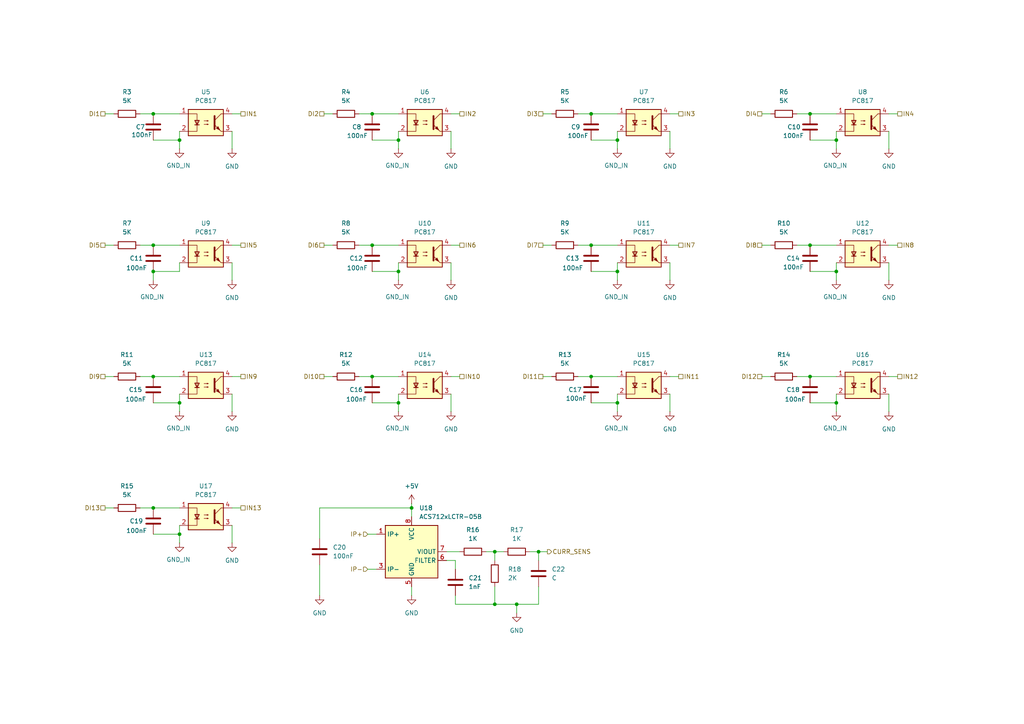
<source format=kicad_sch>
(kicad_sch (version 20250114) (generator "eeschema") (generator_version "9.0")
  (paper "A4")
  (lib_symbols
    (symbol "Device:C" (pin_numbers (hide yes)) (pin_names (offset 0.254))
      (property "Reference" "C" (at 0.635 2.54 0))
      (property "Value" "C" (at 0.635 -2.54 0))
      (symbol "C_0_1"
        (polyline (pts (xy -2.032 0.762) (xy 2.032 0.762)) (stroke (width 0.508)))
        (polyline (pts (xy -2.032 -0.762) (xy 2.032 -0.762)) (stroke (width 0.508)))
      )
      (symbol "C_1_1"
        (pin passive line (at 0 3.81 270) (length 2.794) (name "~") (number "1"))
        (pin passive line (at 0 -3.81 90) (length 2.794) (name "~") (number "2"))
      )
    )
    (symbol "Device:R" (pin_numbers (hide yes)) (pin_names (offset 0))
      (property "Reference" "R" (at 2.032 0 90))
      (property "Value" "R" (at 0 0 90))
      (symbol "R_0_1"
        (rectangle (start -1.016 -2.54) (end 1.016 2.54) (stroke (width 0.254)))
      )
      (symbol "R_1_1"
        (pin passive line (at 0 3.81 270) (length 1.27) (name "~") (number "1"))
        (pin passive line (at 0 -3.81 90) (length 1.27) (name "~") (number "2"))
      )
    )
    (symbol "Isolator:PC817" (pin_names (offset 1.016))
      (property "Reference" "U" (at -5.08 5.08 0))
      (property "Value" "PC817" (at 0 5.08 0))
      (symbol "PC817_0_1"
        (rectangle (start -5.08 3.81) (end 5.08 -3.81) (stroke (width 0.254)) (fill (type background)))
        (polyline (pts (xy -5.08 2.54) (xy -2.54 2.54) (xy -2.54 -0.635)))
        (polyline (pts (xy -3.175 -0.635) (xy -1.905 -0.635)) (stroke (width 0.254)))
        (polyline (pts (xy -2.54 -0.635) (xy -2.54 -2.54) (xy -5.08 -2.54)))
        (polyline (pts (xy -2.54 -0.635) (xy -3.175 0.635) (xy -1.905 0.635) (xy -2.54 -0.635)) (stroke (width 0.254)))
        (polyline (pts (xy -0.508 0.508) (xy 0.762 0.508) (xy 0.381 0.381) (xy 0.381 0.635) (xy 0.762 0.508)))
        (polyline (pts (xy -0.508 -0.508) (xy 0.762 -0.508) (xy 0.381 -0.635) (xy 0.381 -0.381) (xy 0.762 -0.508)))
        (polyline (pts (xy 2.54 1.905) (xy 2.54 -1.905) (xy 2.54 -1.905)) (stroke (width 0.508)))
        (polyline (pts (xy 2.54 0.635) (xy 4.445 2.54)))
        (polyline (pts (xy 3.048 -1.651) (xy 3.556 -1.143) (xy 4.064 -2.159) (xy 3.048 -1.651) (xy 3.048 -1.651)) (fill (type outline)))
        (polyline (pts (xy 4.445 2.54) (xy 5.08 2.54)))
        (polyline (pts (xy 4.445 -2.54) (xy 2.54 -0.635)) (fill (type outline)))
        (polyline (pts (xy 4.445 -2.54) (xy 5.08 -2.54)))
      )
      (symbol "PC817_1_1"
        (pin passive line (at -7.62 2.54 0) (length 2.54) (name "~") (number "1"))
        (pin passive line (at -7.62 -2.54 0) (length 2.54) (name "~") (number "2"))
        (pin passive line (at 7.62 2.54 180) (length 2.54) (name "~") (number "4"))
        (pin passive line (at 7.62 -2.54 180) (length 2.54) (name "~") (number "3"))
      )
    )
    (symbol "Sensor_Current:ACS712xLCTR-05B"
      (property "Reference" "U" (at 2.54 11.43 0))
      (property "Value" "ACS712xLCTR-05B" (at 2.54 8.89 0))
      (symbol "ACS712xLCTR-05B_0_1"
        (rectangle (start -7.62 7.62) (end 7.62 -7.62) (stroke (width 0.254)) (fill (type background)))
      )
      (symbol "ACS712xLCTR-05B_1_1"
        (pin passive line (at -10.16 5.08 0) (length 2.54) (name "IP+") (number "1"))
        (pin passive line (at -10.16 5.08 0) (length 2.54) (hide yes) (name "IP+") (number "2"))
        (pin passive line (at -10.16 -5.08 0) (length 2.54) (name "IP-") (number "3"))
        (pin passive line (at -10.16 -5.08 0) (length 2.54) (hide yes) (name "IP-") (number "4"))
        (pin power_in line (at 0 10.16 270) (length 2.54) (name "VCC") (number "8"))
        (pin power_in line (at 0 -10.16 90) (length 2.54) (name "GND") (number "5"))
        (pin output line (at 10.16 0 180) (length 2.54) (name "VIOUT") (number "7"))
        (pin passive line (at 10.16 -2.54 180) (length 2.54) (name "FILTER") (number "6"))
      )
    )
    (symbol "power:+5V" (power) (pin_numbers (hide yes)) (pin_names (offset 0) (hide yes))
      (property "Value" "+5V" (at 0 3.556 0))
      (symbol "+5V_0_1"
        (polyline (pts (xy -0.762 1.27) (xy 0 2.54)))
        (polyline (pts (xy 0 2.54) (xy 0.762 1.27)))
        (polyline (pts (xy 0 0) (xy 0 2.54)))
      )
      (symbol "+5V_1_1"
        (pin power_in line (at 0 0 90) (length 0) (name "~") (number "1"))
      )
    )
    (symbol "power:GND" (power) (pin_numbers (hide yes)) (pin_names (offset 0) (hide yes))
      (property "Value" "GND" (at 0 -3.81 0))
      (symbol "GND_0_1"
        (polyline (pts (xy 0 0) (xy 0 -1.27) (xy 1.27 -1.27) (xy 0 -2.54) (xy -1.27 -1.27) (xy 0 -1.27)))
      )
      (symbol "GND_1_1"
        (pin power_in line (at 0 0 270) (length 0) (name "~") (number "1"))
      )
    )
  )
  (junction (at 44.45 33.02))
  (junction (at 44.45 109.22))
  (junction (at 44.45 147.32))
  (junction (at 242.57 116.84))
  (junction (at 107.95 71.12))
  (junction (at 234.95 33.02))
  (junction (at 143.51 160.02))
  (junction (at 115.57 78.74))
  (junction (at 44.45 78.74))
  (junction (at 171.45 33.02))
  (junction (at 52.07 154.94))
  (junction (at 149.86 175.26))
  (junction (at 115.57 116.84))
  (junction (at 52.07 40.64))
  (junction (at 179.07 40.64))
  (junction (at 171.45 71.12))
  (junction (at 242.57 78.74))
  (junction (at 119.38 147.32))
  (junction (at 242.57 40.64))
  (junction (at 107.95 109.22))
  (junction (at 107.95 33.02))
  (junction (at 234.95 71.12))
  (junction (at 171.45 109.22))
  (junction (at 143.51 175.26))
  (junction (at 52.07 116.84))
  (junction (at 234.95 109.22))
  (junction (at 115.57 40.64))
  (junction (at 44.45 71.12))
  (junction (at 156.21 160.02))
  (junction (at 179.07 116.84))
  (junction (at 179.07 78.74))
  (wire (pts (xy 67.31 152.4) (xy 67.31 157.48)))
  (wire (pts (xy 129.54 160.02) (xy 133.35 160.02)))
  (wire (pts (xy 115.57 38.1) (xy 115.57 40.64)))
  (wire (pts (xy 104.14 71.12) (xy 107.95 71.12)))
  (wire (pts (xy 179.07 114.3) (xy 179.07 116.84)))
  (wire (pts (xy 130.81 114.3) (xy 130.81 119.38)))
  (wire (pts (xy 194.31 109.22) (xy 196.85 109.22)))
  (wire (pts (xy 93.98 109.22) (xy 96.52 109.22)))
  (wire (pts (xy 130.81 71.12) (xy 133.35 71.12)))
  (wire (pts (xy 92.71 156.21) (xy 92.71 147.32)))
  (wire (pts (xy 242.57 114.3) (xy 242.57 116.84)))
  (wire (pts (xy 44.45 40.64) (xy 52.07 40.64)))
  (wire (pts (xy 115.57 76.2) (xy 115.57 78.74)))
  (wire (pts (xy 67.31 33.02) (xy 69.85 33.02)))
  (wire (pts (xy 67.31 147.32) (xy 69.85 147.32)))
  (wire (pts (xy 234.95 33.02) (xy 242.57 33.02)))
  (wire (pts (xy 234.95 71.12) (xy 242.57 71.12)))
  (wire (pts (xy 234.95 40.64) (xy 242.57 40.64)))
  (wire (pts (xy 257.81 38.1) (xy 257.81 43.18)))
  (wire (pts (xy 171.45 78.74) (xy 179.07 78.74)))
  (wire (pts (xy 242.57 78.74) (xy 242.57 81.28)))
  (wire (pts (xy 30.48 33.02) (xy 33.02 33.02)))
  (wire (pts (xy 44.45 78.74) (xy 44.45 81.28)))
  (wire (pts (xy 132.08 175.26) (xy 143.51 175.26)))
  (wire (pts (xy 231.14 33.02) (xy 234.95 33.02)))
  (wire (pts (xy 107.95 71.12) (xy 115.57 71.12)))
  (wire (pts (xy 143.51 162.56) (xy 143.51 160.02)))
  (wire (pts (xy 40.64 147.32) (xy 44.45 147.32)))
  (wire (pts (xy 107.95 78.74) (xy 115.57 78.74)))
  (wire (pts (xy 179.07 76.2) (xy 179.07 78.74)))
  (wire (pts (xy 179.07 78.74) (xy 179.07 81.28)))
  (wire (pts (xy 143.51 175.26) (xy 143.51 170.18)))
  (wire (pts (xy 130.81 109.22) (xy 133.35 109.22)))
  (wire (pts (xy 179.07 38.1) (xy 179.07 40.64)))
  (wire (pts (xy 30.48 71.12) (xy 33.02 71.12)))
  (wire (pts (xy 157.48 109.22) (xy 160.02 109.22)))
  (wire (pts (xy 179.07 40.64) (xy 179.07 43.18)))
  (wire (pts (xy 179.07 116.84) (xy 179.07 119.38)))
  (wire (pts (xy 107.95 40.64) (xy 115.57 40.64)))
  (wire (pts (xy 171.45 71.12) (xy 179.07 71.12)))
  (wire (pts (xy 67.31 114.3) (xy 67.31 119.38)))
  (wire (pts (xy 220.98 71.12) (xy 223.52 71.12)))
  (wire (pts (xy 52.07 38.1) (xy 52.07 40.64)))
  (wire (pts (xy 115.57 78.74) (xy 115.57 81.28)))
  (wire (pts (xy 40.64 33.02) (xy 44.45 33.02)))
  (wire (pts (xy 234.95 109.22) (xy 242.57 109.22)))
  (wire (pts (xy 242.57 38.1) (xy 242.57 40.64)))
  (wire (pts (xy 167.64 33.02) (xy 171.45 33.02)))
  (wire (pts (xy 171.45 109.22) (xy 179.07 109.22)))
  (wire (pts (xy 93.98 71.12) (xy 96.52 71.12)))
  (wire (pts (xy 167.64 71.12) (xy 171.45 71.12)))
  (wire (pts (xy 104.14 109.22) (xy 107.95 109.22)))
  (wire (pts (xy 106.68 165.1) (xy 109.22 165.1)))
  (wire (pts (xy 115.57 114.3) (xy 115.57 116.84)))
  (wire (pts (xy 67.31 38.1) (xy 67.31 43.18)))
  (wire (pts (xy 119.38 147.32) (xy 119.38 149.86)))
  (wire (pts (xy 194.31 114.3) (xy 194.31 119.38)))
  (wire (pts (xy 104.14 33.02) (xy 107.95 33.02)))
  (wire (pts (xy 234.95 116.84) (xy 242.57 116.84)))
  (wire (pts (xy 257.81 109.22) (xy 260.35 109.22)))
  (wire (pts (xy 107.95 116.84) (xy 115.57 116.84)))
  (wire (pts (xy 52.07 78.74) (xy 52.07 76.2)))
  (wire (pts (xy 44.45 109.22) (xy 52.07 109.22)))
  (wire (pts (xy 119.38 170.18) (xy 119.38 172.72)))
  (wire (pts (xy 67.31 71.12) (xy 69.85 71.12)))
  (wire (pts (xy 30.48 147.32) (xy 33.02 147.32)))
  (wire (pts (xy 52.07 114.3) (xy 52.07 116.84)))
  (wire (pts (xy 242.57 40.64) (xy 242.57 43.18)))
  (wire (pts (xy 132.08 172.72) (xy 132.08 175.26)))
  (wire (pts (xy 157.48 33.02) (xy 160.02 33.02)))
  (wire (pts (xy 156.21 160.02) (xy 153.67 160.02)))
  (wire (pts (xy 52.07 40.64) (xy 52.07 43.18)))
  (wire (pts (xy 149.86 175.26) (xy 156.21 175.26)))
  (wire (pts (xy 130.81 33.02) (xy 133.35 33.02)))
  (wire (pts (xy 107.95 109.22) (xy 115.57 109.22)))
  (wire (pts (xy 119.38 146.05) (xy 119.38 147.32)))
  (wire (pts (xy 149.86 175.26) (xy 149.86 177.8)))
  (wire (pts (xy 231.14 109.22) (xy 234.95 109.22)))
  (wire (pts (xy 40.64 109.22) (xy 44.45 109.22)))
  (wire (pts (xy 92.71 163.83) (xy 92.71 172.72)))
  (wire (pts (xy 242.57 116.84) (xy 242.57 119.38)))
  (wire (pts (xy 194.31 38.1) (xy 194.31 43.18)))
  (wire (pts (xy 115.57 40.64) (xy 115.57 43.18)))
  (wire (pts (xy 44.45 147.32) (xy 52.07 147.32)))
  (wire (pts (xy 44.45 71.12) (xy 52.07 71.12)))
  (wire (pts (xy 257.81 71.12) (xy 260.35 71.12)))
  (wire (pts (xy 67.31 76.2) (xy 67.31 81.28)))
  (wire (pts (xy 44.45 154.94) (xy 52.07 154.94)))
  (wire (pts (xy 194.31 76.2) (xy 194.31 81.28)))
  (wire (pts (xy 93.98 33.02) (xy 96.52 33.02)))
  (wire (pts (xy 30.48 109.22) (xy 33.02 109.22)))
  (wire (pts (xy 156.21 162.56) (xy 156.21 160.02)))
  (wire (pts (xy 257.81 76.2) (xy 257.81 81.28)))
  (wire (pts (xy 115.57 116.84) (xy 115.57 119.38)))
  (wire (pts (xy 44.45 116.84) (xy 52.07 116.84)))
  (wire (pts (xy 156.21 175.26) (xy 156.21 170.18)))
  (wire (pts (xy 146.05 160.02) (xy 143.51 160.02)))
  (wire (pts (xy 132.08 165.1) (xy 132.08 162.56)))
  (wire (pts (xy 52.07 116.84) (xy 52.07 119.38)))
  (wire (pts (xy 231.14 71.12) (xy 234.95 71.12)))
  (wire (pts (xy 220.98 109.22) (xy 223.52 109.22)))
  (wire (pts (xy 234.95 78.74) (xy 242.57 78.74)))
  (wire (pts (xy 130.81 76.2) (xy 130.81 81.28)))
  (wire (pts (xy 40.64 71.12) (xy 44.45 71.12)))
  (wire (pts (xy 52.07 154.94) (xy 52.07 157.48)))
  (wire (pts (xy 257.81 114.3) (xy 257.81 119.38)))
  (wire (pts (xy 92.71 147.32) (xy 119.38 147.32)))
  (wire (pts (xy 157.48 71.12) (xy 160.02 71.12)))
  (wire (pts (xy 194.31 71.12) (xy 196.85 71.12)))
  (wire (pts (xy 156.21 160.02) (xy 158.75 160.02)))
  (wire (pts (xy 167.64 109.22) (xy 171.45 109.22)))
  (wire (pts (xy 171.45 33.02) (xy 179.07 33.02)))
  (wire (pts (xy 143.51 175.26) (xy 149.86 175.26)))
  (wire (pts (xy 67.31 109.22) (xy 69.85 109.22)))
  (wire (pts (xy 171.45 116.84) (xy 179.07 116.84)))
  (wire (pts (xy 194.31 33.02) (xy 196.85 33.02)))
  (wire (pts (xy 220.98 33.02) (xy 223.52 33.02)))
  (wire (pts (xy 44.45 78.74) (xy 52.07 78.74)))
  (wire (pts (xy 242.57 76.2) (xy 242.57 78.74)))
  (wire (pts (xy 44.45 33.02) (xy 52.07 33.02)))
  (wire (pts (xy 107.95 33.02) (xy 115.57 33.02)))
  (wire (pts (xy 130.81 38.1) (xy 130.81 43.18)))
  (wire (pts (xy 52.07 152.4) (xy 52.07 154.94)))
  (wire (pts (xy 132.08 162.56) (xy 129.54 162.56)))
  (wire (pts (xy 257.81 33.02) (xy 260.35 33.02)))
  (wire (pts (xy 143.51 160.02) (xy 140.97 160.02)))
  (wire (pts (xy 171.45 40.64) (xy 179.07 40.64)))
  (wire (pts (xy 106.68 154.94) (xy 109.22 154.94)))
  (hierarchical_label "DI1" (shape passive) (at 30.48 33.02 180))
  (hierarchical_label "DI4" (shape passive) (at 220.98 33.02 180))
  (hierarchical_label "DI3" (shape passive) (at 157.48 33.02 180))
  (hierarchical_label "IN13" (shape passive) (at 69.85 147.32 0))
  (hierarchical_label "IN6" (shape passive) (at 133.35 71.12 0))
  (hierarchical_label "DI12" (shape passive) (at 220.98 109.22 180))
  (hierarchical_label "IN7" (shape passive) (at 196.85 71.12 0))
  (hierarchical_label "IP-" (shape input) (at 106.68 165.1 180))
  (hierarchical_label "IN8" (shape passive) (at 260.35 71.12 0))
  (hierarchical_label "DI6" (shape passive) (at 93.98 71.12 180))
  (hierarchical_label "DI8" (shape passive) (at 220.98 71.12 180))
  (hierarchical_label "IP+" (shape input) (at 106.68 154.94 180))
  (hierarchical_label "IN10" (shape passive) (at 133.35 109.22 0))
  (hierarchical_label "IN12" (shape passive) (at 260.35 109.22 0))
  (hierarchical_label "IN4" (shape passive) (at 260.35 33.02 0))
  (hierarchical_label "IN1" (shape passive) (at 69.85 33.02 0))
  (hierarchical_label "IN3" (shape passive) (at 196.85 33.02 0))
  (hierarchical_label "IN2" (shape passive) (at 133.35 33.02 0))
  (hierarchical_label "DI5" (shape passive) (at 30.48 71.12 180))
  (hierarchical_label "DI9" (shape passive) (at 30.48 109.22 180))
  (hierarchical_label "IN5" (shape passive) (at 69.85 71.12 0))
  (hierarchical_label "DI2" (shape passive) (at 93.98 33.02 180))
  (hierarchical_label "DI10" (shape passive) (at 93.98 109.22 180))
  (hierarchical_label "IN9" (shape passive) (at 69.85 109.22 0))
  (hierarchical_label "CURR_SENS" (shape output) (at 158.75 160.02 0))
  (hierarchical_label "DI11" (shape passive) (at 157.48 109.22 180))
  (hierarchical_label "IN11" (shape passive) (at 196.85 109.22 0))
  (hierarchical_label "DI13" (shape passive) (at 30.48 147.32 180))
  (hierarchical_label "DI7" (shape passive) (at 157.48 71.12 180))
  (symbol (lib_id "power:GND") (at 194.31 43.18 0) (unit 1)
    (property "Reference" "#PWR039" (effects (hide yes)))
    (property "Value" "GND" (at 194.31 48.26 0))
    (property "Description" "Power symbol creates a global label with name \"GND\" , ground" (effects (hide yes)))
  )
  (symbol (lib_id "power:GND") (at 119.38 172.72 0) (unit 1)
    (property "Reference" "#PWR031" (effects (hide yes)))
    (property "Value" "GND" (at 119.38 177.8 0))
    (property "Description" "Power symbol creates a global label with name \"GND\" , ground" (effects (hide yes)))
  )
  (symbol (lib_id "Device:R") (at 149.86 160.02 90) (unit 1)
    (property "Reference" "R17" (at 149.86 153.67 90))
    (property "Value" "1K" (at 149.86 156.21 90))
    (property "Footprint" "Resistor_SMD:R_0805_2012Metric_Pad1.20x1.40mm_HandSolder" (effects (hide yes)))
    (property "Description" "Resistor" (effects (hide yes)))
  )
  (symbol (lib_id "power:GND") (at 257.81 43.18 0) (unit 1)
    (property "Reference" "#PWR045" (effects (hide yes)))
    (property "Value" "GND" (at 257.81 48.26 0))
    (property "Description" "Power symbol creates a global label with name \"GND\" , ground" (effects (hide yes)))
  )
  (symbol (lib_id "Isolator:PC817") (at 250.19 111.76 0) (unit 1)
    (property "Reference" "U16" (at 250.19 102.87 0))
    (property "Value" "PC817" (at 250.19 105.41 0))
    (property "Footprint" "Package_DIP:DIP-4_W7.62mm" (effects (hide yes)))
    (property "Datasheet" "http://www.soselectronic.cz/a_info/resource/d/pc817.pdf" (effects (hide yes)))
    (property "Description" "DC Optocoupler, Vce 35V, CTR 50-300%, DIP-4" (effects (hide yes)))
  )
  (symbol (lib_id "power:GND") (at 52.07 119.38 0) (unit 1)
    (property "Reference" "#PWR013" (effects (hide yes)))
    (property "Value" "GND_IN" (at 48.26 124.206 0) (effects (justify left)))
    (property "Description" "Power symbol creates a global label with name \"GND\" , ground" (effects (hide yes)))
  )
  (symbol (lib_id "Device:R") (at 227.33 33.02 90) (unit 1)
    (property "Reference" "R6" (at 227.33 26.67 90))
    (property "Value" "5K" (at 227.33 29.21 90))
    (property "Footprint" "Resistor_SMD:R_0805_2012Metric_Pad1.20x1.40mm_HandSolder" (effects (hide yes)))
    (property "Description" "Resistor" (effects (hide yes)))
  )
  (symbol (lib_id "Isolator:PC817") (at 123.19 73.66 0) (unit 1)
    (property "Reference" "U10" (at 123.19 64.77 0))
    (property "Value" "PC817" (at 123.19 67.31 0))
    (property "Footprint" "Package_DIP:DIP-4_W7.62mm" (effects (hide yes)))
    (property "Datasheet" "http://www.soselectronic.cz/a_info/resource/d/pc817.pdf" (effects (hide yes)))
    (property "Description" "DC Optocoupler, Vce 35V, CTR 50-300%, DIP-4" (effects (hide yes)))
  )
  (symbol (lib_id "Isolator:PC817") (at 123.19 111.76 0) (unit 1)
    (property "Reference" "U14" (at 123.19 102.87 0))
    (property "Value" "PC817" (at 123.19 105.41 0))
    (property "Footprint" "Package_DIP:DIP-4_W7.62mm" (effects (hide yes)))
    (property "Datasheet" "http://www.soselectronic.cz/a_info/resource/d/pc817.pdf" (effects (hide yes)))
    (property "Description" "DC Optocoupler, Vce 35V, CTR 50-300%, DIP-4" (effects (hide yes)))
  )
  (symbol (lib_id "power:GND") (at 242.57 81.28 0) (unit 1)
    (property "Reference" "#PWR043" (effects (hide yes)))
    (property "Value" "GND_IN" (at 238.76 86.106 0) (effects (justify left)))
    (property "Description" "Power symbol creates a global label with name \"GND\" , ground" (effects (hide yes)))
  )
  (symbol (lib_id "Device:R") (at 36.83 33.02 90) (unit 1)
    (property "Reference" "R3" (at 36.83 26.67 90))
    (property "Value" "5K" (at 36.83 29.21 90))
    (property "Footprint" "Resistor_SMD:R_0805_2012Metric_Pad1.20x1.40mm_HandSolder" (effects (hide yes)))
    (property "Description" "Resistor" (effects (hide yes)))
  )
  (symbol (lib_id "Isolator:PC817") (at 59.69 149.86 0) (unit 1)
    (property "Reference" "U17" (at 59.69 140.97 0))
    (property "Value" "PC817" (at 59.69 143.51 0))
    (property "Footprint" "Package_DIP:DIP-4_W7.62mm" (effects (hide yes)))
    (property "Datasheet" "http://www.soselectronic.cz/a_info/resource/d/pc817.pdf" (effects (hide yes)))
    (property "Description" "DC Optocoupler, Vce 35V, CTR 50-300%, DIP-4" (effects (hide yes)))
  )
  (symbol (lib_id "Isolator:PC817") (at 59.69 35.56 0) (unit 1)
    (property "Reference" "U5" (at 59.69 26.67 0))
    (property "Value" "PC817" (at 59.69 29.21 0))
    (property "Footprint" "Package_DIP:DIP-4_W7.62mm" (effects (hide yes)))
    (property "Datasheet" "http://www.soselectronic.cz/a_info/resource/d/pc817.pdf" (effects (hide yes)))
    (property "Description" "DC Optocoupler, Vce 35V, CTR 50-300%, DIP-4" (effects (hide yes)))
  )
  (symbol (lib_id "Isolator:PC817") (at 123.19 35.56 0) (unit 1)
    (property "Reference" "U6" (at 123.19 26.67 0))
    (property "Value" "PC817" (at 123.19 29.21 0))
    (property "Footprint" "Package_DIP:DIP-4_W7.62mm" (effects (hide yes)))
    (property "Datasheet" "http://www.soselectronic.cz/a_info/resource/d/pc817.pdf" (effects (hide yes)))
    (property "Description" "DC Optocoupler, Vce 35V, CTR 50-300%, DIP-4" (effects (hide yes)))
  )
  (symbol (lib_id "Device:C") (at 171.45 74.93 0) (unit 1)
    (property "Reference" "C13" (at 164.084 74.93 0) (effects (justify left)))
    (property "Value" "100nF" (at 163.068 77.724 0) (effects (justify left)))
    (property "Footprint" "Capacitor_SMD:C_0805_2012Metric_Pad1.18x1.45mm_HandSolder" (effects (hide yes)))
    (property "Description" "Unpolarized capacitor" (effects (hide yes)))
  )
  (symbol (lib_id "power:GND") (at 179.07 119.38 0) (unit 1)
    (property "Reference" "#PWR038" (effects (hide yes)))
    (property "Value" "GND_IN" (at 175.26 124.206 0) (effects (justify left)))
    (property "Description" "Power symbol creates a global label with name \"GND\" , ground" (effects (hide yes)))
  )
  (symbol (lib_id "power:GND") (at 194.31 81.28 0) (unit 1)
    (property "Reference" "#PWR040" (effects (hide yes)))
    (property "Value" "GND" (at 194.31 86.36 0))
    (property "Description" "Power symbol creates a global label with name \"GND\" , ground" (effects (hide yes)))
  )
  (symbol (lib_id "power:GND") (at 67.31 81.28 0) (unit 1)
    (property "Reference" "#PWR017" (effects (hide yes)))
    (property "Value" "GND" (at 67.31 86.36 0))
    (property "Description" "Power symbol creates a global label with name \"GND\" , ground" (effects (hide yes)))
  )
  (symbol (lib_id "power:GND") (at 67.31 157.48 0) (unit 1)
    (property "Reference" "#PWR025" (effects (hide yes)))
    (property "Value" "GND" (at 67.31 162.56 0))
    (property "Description" "Power symbol creates a global label with name \"GND\" , ground" (effects (hide yes)))
  )
  (symbol (lib_id "power:GND") (at 67.31 43.18 0) (unit 1)
    (property "Reference" "#PWR016" (effects (hide yes)))
    (property "Value" "GND" (at 67.31 48.26 0))
    (property "Description" "Power symbol creates a global label with name \"GND\" , ground" (effects (hide yes)))
  )
  (symbol (lib_id "power:GND") (at 44.45 81.28 0) (unit 1)
    (property "Reference" "#PWR04" (effects (hide yes)))
    (property "Value" "GND_IN" (at 40.64 86.106 0) (effects (justify left)))
    (property "Description" "Power symbol creates a global label with name \"GND\" , ground" (effects (hide yes)))
  )
  (symbol (lib_id "power:GND") (at 194.31 119.38 0) (unit 1)
    (property "Reference" "#PWR041" (effects (hide yes)))
    (property "Value" "GND" (at 194.31 124.46 0))
    (property "Description" "Power symbol creates a global label with name \"GND\" , ground" (effects (hide yes)))
  )
  (symbol (lib_id "power:GND") (at 115.57 81.28 0) (unit 1)
    (property "Reference" "#PWR028" (effects (hide yes)))
    (property "Value" "GND_IN" (at 111.76 86.106 0) (effects (justify left)))
    (property "Description" "Power symbol creates a global label with name \"GND\" , ground" (effects (hide yes)))
  )
  (symbol (lib_id "Isolator:PC817") (at 186.69 111.76 0) (unit 1)
    (property "Reference" "U15" (at 186.69 102.87 0))
    (property "Value" "PC817" (at 186.69 105.41 0))
    (property "Footprint" "Package_DIP:DIP-4_W7.62mm" (effects (hide yes)))
    (property "Datasheet" "http://www.soselectronic.cz/a_info/resource/d/pc817.pdf" (effects (hide yes)))
    (property "Description" "DC Optocoupler, Vce 35V, CTR 50-300%, DIP-4" (effects (hide yes)))
  )
  (symbol (lib_id "Device:C") (at 171.45 36.83 0) (unit 1)
    (property "Reference" "C9" (at 165.608 36.83 0) (effects (justify left)))
    (property "Value" "100nF" (at 164.592 39.37 0) (effects (justify left)))
    (property "Footprint" "Capacitor_SMD:C_0805_2012Metric_Pad1.18x1.45mm_HandSolder" (effects (hide yes)))
    (property "Description" "Unpolarized capacitor" (effects (hide yes)))
  )
  (symbol (lib_id "Device:C") (at 44.45 151.13 0) (unit 1)
    (property "Reference" "C19" (at 37.592 151.13 0) (effects (justify left)))
    (property "Value" "100nF" (at 36.576 153.924 0) (effects (justify left)))
    (property "Footprint" "Capacitor_SMD:C_0805_2012Metric_Pad1.18x1.45mm_HandSolder" (effects (hide yes)))
    (property "Description" "Unpolarized capacitor" (effects (hide yes)))
  )
  (symbol (lib_id "Device:R") (at 137.16 160.02 90) (unit 1)
    (property "Reference" "R16" (at 137.16 153.67 90))
    (property "Value" "1K" (at 137.16 156.21 90))
    (property "Footprint" "Resistor_SMD:R_0805_2012Metric_Pad1.20x1.40mm_HandSolder" (effects (hide yes)))
    (property "Description" "Resistor" (effects (hide yes)))
  )
  (symbol (lib_id "Isolator:PC817") (at 250.19 35.56 0) (unit 1)
    (property "Reference" "U8" (at 250.19 26.67 0))
    (property "Value" "PC817" (at 250.19 29.21 0))
    (property "Footprint" "Package_DIP:DIP-4_W7.62mm" (effects (hide yes)))
    (property "Datasheet" "http://www.soselectronic.cz/a_info/resource/d/pc817.pdf" (effects (hide yes)))
    (property "Description" "DC Optocoupler, Vce 35V, CTR 50-300%, DIP-4" (effects (hide yes)))
  )
  (symbol (lib_id "power:GND") (at 179.07 81.28 0) (unit 1)
    (property "Reference" "#PWR037" (effects (hide yes)))
    (property "Value" "GND_IN" (at 175.26 86.106 0) (effects (justify left)))
    (property "Description" "Power symbol creates a global label with name \"GND\" , ground" (effects (hide yes)))
  )
  (symbol (lib_id "Device:R") (at 143.51 166.37 180) (unit 1)
    (property "Reference" "R18" (at 147.32 165.0999 0) (effects (justify right)))
    (property "Value" "2K" (at 147.32 167.6399 0) (effects (justify right)))
    (property "Footprint" "Resistor_SMD:R_0805_2012Metric_Pad1.20x1.40mm_HandSolder" (effects (hide yes)))
    (property "Description" "Resistor" (effects (hide yes)))
  )
  (symbol (lib_id "Device:R") (at 163.83 71.12 90) (unit 1)
    (property "Reference" "R9" (at 163.83 64.77 90))
    (property "Value" "5K" (at 163.83 67.31 90))
    (property "Footprint" "Resistor_SMD:R_0805_2012Metric_Pad1.20x1.40mm_HandSolder" (effects (hide yes)))
    (property "Description" "Resistor" (effects (hide yes)))
  )
  (symbol (lib_id "Device:R") (at 36.83 71.12 90) (unit 1)
    (property "Reference" "R7" (at 36.83 64.77 90))
    (property "Value" "5K" (at 36.83 67.31 90))
    (property "Footprint" "Resistor_SMD:R_0805_2012Metric_Pad1.20x1.40mm_HandSolder" (effects (hide yes)))
    (property "Description" "Resistor" (effects (hide yes)))
  )
  (symbol (lib_id "power:GND") (at 52.07 157.48 0) (unit 1)
    (property "Reference" "#PWR014" (effects (hide yes)))
    (property "Value" "GND_IN" (at 48.26 162.306 0) (effects (justify left)))
    (property "Description" "Power symbol creates a global label with name \"GND\" , ground" (effects (hide yes)))
  )
  (symbol (lib_id "power:GND") (at 130.81 43.18 0) (unit 1)
    (property "Reference" "#PWR032" (effects (hide yes)))
    (property "Value" "GND" (at 130.81 48.26 0))
    (property "Description" "Power symbol creates a global label with name \"GND\" , ground" (effects (hide yes)))
  )
  (symbol (lib_id "Device:C") (at 107.95 36.83 0) (unit 1)
    (property "Reference" "C8" (at 102.108 36.83 0) (effects (justify left)))
    (property "Value" "100nF" (at 100.584 39.37 0) (effects (justify left)))
    (property "Footprint" "Capacitor_SMD:C_0805_2012Metric_Pad1.18x1.45mm_HandSolder" (effects (hide yes)))
    (property "Description" "Unpolarized capacitor" (effects (hide yes)))
  )
  (symbol (lib_id "Isolator:PC817") (at 250.19 73.66 0) (unit 1)
    (property "Reference" "U12" (at 250.19 64.77 0))
    (property "Value" "PC817" (at 250.19 67.31 0))
    (property "Footprint" "Package_DIP:DIP-4_W7.62mm" (effects (hide yes)))
    (property "Datasheet" "http://www.soselectronic.cz/a_info/resource/d/pc817.pdf" (effects (hide yes)))
    (property "Description" "DC Optocoupler, Vce 35V, CTR 50-300%, DIP-4" (effects (hide yes)))
  )
  (symbol (lib_id "Device:R") (at 227.33 109.22 90) (unit 1)
    (property "Reference" "R14" (at 227.33 102.87 90))
    (property "Value" "5K" (at 227.33 105.41 90))
    (property "Footprint" "Resistor_SMD:R_0805_2012Metric_Pad1.20x1.40mm_HandSolder" (effects (hide yes)))
    (property "Description" "Resistor" (effects (hide yes)))
  )
  (symbol (lib_id "Device:R") (at 163.83 109.22 90) (unit 1)
    (property "Reference" "R13" (at 163.83 102.87 90))
    (property "Value" "5K" (at 163.83 105.41 90))
    (property "Footprint" "Resistor_SMD:R_0805_2012Metric_Pad1.20x1.40mm_HandSolder" (effects (hide yes)))
    (property "Description" "Resistor" (effects (hide yes)))
  )
  (symbol (lib_id "Isolator:PC817") (at 186.69 35.56 0) (unit 1)
    (property "Reference" "U7" (at 186.69 26.67 0))
    (property "Value" "PC817" (at 186.69 29.21 0))
    (property "Footprint" "Package_DIP:DIP-4_W7.62mm" (effects (hide yes)))
    (property "Datasheet" "http://www.soselectronic.cz/a_info/resource/d/pc817.pdf" (effects (hide yes)))
    (property "Description" "DC Optocoupler, Vce 35V, CTR 50-300%, DIP-4" (effects (hide yes)))
  )
  (symbol (lib_id "Device:R") (at 100.33 109.22 90) (unit 1)
    (property "Reference" "R12" (at 100.33 102.87 90))
    (property "Value" "5K" (at 100.33 105.41 90))
    (property "Footprint" "Resistor_SMD:R_0805_2012Metric_Pad1.20x1.40mm_HandSolder" (effects (hide yes)))
    (property "Description" "Resistor" (effects (hide yes)))
  )
  (symbol (lib_id "Device:C") (at 234.95 113.03 0) (unit 1)
    (property "Reference" "C18" (at 228.092 113.03 0) (effects (justify left)))
    (property "Value" "100nF" (at 227.584 115.824 0) (effects (justify left)))
    (property "Footprint" "Capacitor_SMD:C_0805_2012Metric_Pad1.18x1.45mm_HandSolder" (effects (hide yes)))
    (property "Description" "Unpolarized capacitor" (effects (hide yes)))
  )
  (symbol (lib_id "power:GND") (at 179.07 43.18 0) (unit 1)
    (property "Reference" "#PWR036" (effects (hide yes)))
    (property "Value" "GND_IN" (at 175.26 48.006 0) (effects (justify left)))
    (property "Description" "Power symbol creates a global label with name \"GND\" , ground" (effects (hide yes)))
  )
  (symbol (lib_id "Device:R") (at 163.83 33.02 90) (unit 1)
    (property "Reference" "R5" (at 163.83 26.67 90))
    (property "Value" "5K" (at 163.83 29.21 90))
    (property "Footprint" "Resistor_SMD:R_0805_2012Metric_Pad1.20x1.40mm_HandSolder" (effects (hide yes)))
    (property "Description" "Resistor" (effects (hide yes)))
  )
  (symbol (lib_id "Device:C") (at 92.71 160.02 0) (unit 1)
    (property "Reference" "C20" (at 96.52 158.7499 0) (effects (justify left)))
    (property "Value" "100nF" (at 96.52 161.2899 0) (effects (justify left)))
    (property "Footprint" "Capacitor_SMD:C_0805_2012Metric" (effects (hide yes)))
    (property "Description" "Unpolarized capacitor" (effects (hide yes)))
  )
  (symbol (lib_id "power:+5V") (at 119.38 146.05 0) (unit 1)
    (property "Reference" "#PWR030" (effects (hide yes)))
    (property "Value" "+5V" (at 119.38 140.97 0))
    (property "Description" "Power symbol creates a global label with name \"+5V\"" (effects (hide yes)))
  )
  (symbol (lib_id "Device:C") (at 156.21 166.37 0) (unit 1)
    (property "Reference" "C22" (at 160.02 165.0999 0) (effects (justify left)))
    (property "Value" "C" (at 160.02 167.6399 0) (effects (justify left)))
    (property "Footprint" "Capacitor_SMD:C_0805_2012Metric" (effects (hide yes)))
    (property "Description" "Unpolarized capacitor" (effects (hide yes)))
  )
  (symbol (lib_id "power:GND") (at 149.86 177.8 0) (unit 1)
    (property "Reference" "#PWR035" (effects (hide yes)))
    (property "Value" "GND" (at 149.86 182.88 0))
    (property "Description" "Power symbol creates a global label with name \"GND\" , ground" (effects (hide yes)))
  )
  (symbol (lib_id "Isolator:PC817") (at 59.69 73.66 0) (unit 1)
    (property "Reference" "U9" (at 59.69 64.77 0))
    (property "Value" "PC817" (at 59.69 67.31 0))
    (property "Footprint" "Package_DIP:DIP-4_W7.62mm" (effects (hide yes)))
    (property "Datasheet" "http://www.soselectronic.cz/a_info/resource/d/pc817.pdf" (effects (hide yes)))
    (property "Description" "DC Optocoupler, Vce 35V, CTR 50-300%, DIP-4" (effects (hide yes)))
  )
  (symbol (lib_id "power:GND") (at 92.71 172.72 0) (unit 1)
    (property "Reference" "#PWR026" (effects (hide yes)))
    (property "Value" "GND" (at 92.71 177.8 0))
    (property "Description" "Power symbol creates a global label with name \"GND\" , ground" (effects (hide yes)))
  )
  (symbol (lib_id "power:GND") (at 67.31 119.38 0) (unit 1)
    (property "Reference" "#PWR024" (effects (hide yes)))
    (property "Value" "GND" (at 67.31 124.46 0))
    (property "Description" "Power symbol creates a global label with name \"GND\" , ground" (effects (hide yes)))
  )
  (symbol (lib_id "Device:R") (at 100.33 33.02 90) (unit 1)
    (property "Reference" "R4" (at 100.33 26.67 90))
    (property "Value" "5K" (at 100.33 29.21 90))
    (property "Footprint" "Resistor_SMD:R_0805_2012Metric_Pad1.20x1.40mm_HandSolder" (effects (hide yes)))
    (property "Description" "Resistor" (effects (hide yes)))
  )
  (symbol (lib_id "Device:C") (at 132.08 168.91 0) (unit 1)
    (property "Reference" "C21" (at 135.89 167.6399 0) (effects (justify left)))
    (property "Value" "1nF" (at 135.89 170.1799 0) (effects (justify left)))
    (property "Footprint" "Capacitor_SMD:C_0805_2012Metric" (effects (hide yes)))
    (property "Description" "Unpolarized capacitor" (effects (hide yes)))
  )
  (symbol (lib_id "Device:C") (at 44.45 74.93 0) (unit 1)
    (property "Reference" "C11" (at 37.592 74.93 0) (effects (justify left)))
    (property "Value" "100nF" (at 36.576 77.724 0) (effects (justify left)))
    (property "Footprint" "Capacitor_SMD:C_0805_2012Metric_Pad1.18x1.45mm_HandSolder" (effects (hide yes)))
    (property "Description" "Unpolarized capacitor" (effects (hide yes)))
  )
  (symbol (lib_id "power:GND") (at 257.81 81.28 0) (unit 1)
    (property "Reference" "#PWR046" (effects (hide yes)))
    (property "Value" "GND" (at 257.81 86.36 0))
    (property "Description" "Power symbol creates a global label with name \"GND\" , ground" (effects (hide yes)))
  )
  (symbol (lib_id "Device:R") (at 36.83 147.32 90) (unit 1)
    (property "Reference" "R15" (at 36.83 140.97 90))
    (property "Value" "5K" (at 36.83 143.51 90))
    (property "Footprint" "Resistor_SMD:R_0805_2012Metric_Pad1.20x1.40mm_HandSolder" (effects (hide yes)))
    (property "Description" "Resistor" (effects (hide yes)))
  )
  (symbol (lib_id "Isolator:PC817") (at 59.69 111.76 0) (unit 1)
    (property "Reference" "U13" (at 59.69 102.87 0))
    (property "Value" "PC817" (at 59.69 105.41 0))
    (property "Footprint" "Package_DIP:DIP-4_W7.62mm" (effects (hide yes)))
    (property "Datasheet" "http://www.soselectronic.cz/a_info/resource/d/pc817.pdf" (effects (hide yes)))
    (property "Description" "DC Optocoupler, Vce 35V, CTR 50-300%, DIP-4" (effects (hide yes)))
  )
  (symbol (lib_id "Device:C") (at 171.45 113.03 0) (unit 1)
    (property "Reference" "C17" (at 164.846 113.03 0) (effects (justify left)))
    (property "Value" "100nF" (at 164.084 115.57 0) (effects (justify left)))
    (property "Footprint" "Capacitor_SMD:C_0805_2012Metric_Pad1.18x1.45mm_HandSolder" (effects (hide yes)))
    (property "Description" "Unpolarized capacitor" (effects (hide yes)))
  )
  (symbol (lib_id "Device:C") (at 234.95 74.93 0) (unit 1)
    (property "Reference" "C14" (at 228.092 74.93 0) (effects (justify left)))
    (property "Value" "100nF" (at 227.076 77.47 0) (effects (justify left)))
    (property "Footprint" "Capacitor_SMD:C_0805_2012Metric_Pad1.18x1.45mm_HandSolder" (effects (hide yes)))
    (property "Description" "Unpolarized capacitor" (effects (hide yes)))
  )
  (symbol (lib_id "power:GND") (at 130.81 119.38 0) (unit 1)
    (property "Reference" "#PWR034" (effects (hide yes)))
    (property "Value" "GND" (at 130.81 124.46 0))
    (property "Description" "Power symbol creates a global label with name \"GND\" , ground" (effects (hide yes)))
  )
  (symbol (lib_id "power:GND") (at 242.57 119.38 0) (unit 1)
    (property "Reference" "#PWR044" (effects (hide yes)))
    (property "Value" "GND_IN" (at 238.76 124.206 0) (effects (justify left)))
    (property "Description" "Power symbol creates a global label with name \"GND\" , ground" (effects (hide yes)))
  )
  (symbol (lib_id "Device:C") (at 44.45 36.83 0) (unit 1)
    (property "Reference" "C7" (at 39.37 36.83 0) (effects (justify left)))
    (property "Value" "100nF" (at 38.1 39.116 0) (effects (justify left)))
    (property "Footprint" "Capacitor_SMD:C_0805_2012Metric_Pad1.18x1.45mm_HandSolder" (effects (hide yes)))
    (property "Description" "Unpolarized capacitor" (effects (hide yes)))
  )
  (symbol (lib_id "power:GND") (at 130.81 81.28 0) (unit 1)
    (property "Reference" "#PWR033" (effects (hide yes)))
    (property "Value" "GND" (at 130.81 86.36 0))
    (property "Description" "Power symbol creates a global label with name \"GND\" , ground" (effects (hide yes)))
  )
  (symbol (lib_id "power:GND") (at 257.81 119.38 0) (unit 1)
    (property "Reference" "#PWR047" (effects (hide yes)))
    (property "Value" "GND" (at 257.81 124.46 0))
    (property "Description" "Power symbol creates a global label with name \"GND\" , ground" (effects (hide yes)))
  )
  (symbol (lib_id "Sensor_Current:ACS712xLCTR-05B") (at 119.38 160.02 0) (unit 1)
    (property "Reference" "U18" (at 121.5741 147.32 0) (effects (justify left)))
    (property "Value" "ACS712xLCTR-05B" (at 121.5741 149.86 0) (effects (justify left)))
    (property "Footprint" "Package_SO:SOIC-8_3.9x4.9mm_P1.27mm" (effects (hide yes)))
    (property "Datasheet" "http://www.allegromicro.com/~/media/Files/Datasheets/ACS712-Datasheet.ashx?la=en" (effects (hide yes)))
    (property "Description" "±5A Bidirectional Hall-Effect Current Sensor, +5.0V supply, 185mV/A, SOIC-8" (effects (hide yes)))
  )
  (symbol (lib_id "Device:C") (at 44.45 113.03 0) (unit 1)
    (property "Reference" "C15" (at 37.338 113.03 0) (effects (justify left)))
    (property "Value" "100nF" (at 36.322 115.824 0) (effects (justify left)))
    (property "Footprint" "Capacitor_SMD:C_0805_2012Metric_Pad1.18x1.45mm_HandSolder" (effects (hide yes)))
    (property "Description" "Unpolarized capacitor" (effects (hide yes)))
  )
  (symbol (lib_id "power:GND") (at 52.07 43.18 0) (unit 1)
    (property "Reference" "#PWR03" (effects (hide yes)))
    (property "Value" "GND_IN" (at 48.26 48.006 0) (effects (justify left)))
    (property "Description" "Power symbol creates a global label with name \"GND\" , ground" (effects (hide yes)))
  )
  (symbol (lib_id "Device:C") (at 107.95 113.03 0) (unit 1)
    (property "Reference" "C16" (at 101.346 113.03 0) (effects (justify left)))
    (property "Value" "100nF" (at 100.33 115.824 0) (effects (justify left)))
    (property "Footprint" "Capacitor_SMD:C_0805_2012Metric_Pad1.18x1.45mm_HandSolder" (effects (hide yes)))
    (property "Description" "Unpolarized capacitor" (effects (hide yes)))
  )
  (symbol (lib_id "Device:R") (at 36.83 109.22 90) (unit 1)
    (property "Reference" "R11" (at 36.83 102.87 90))
    (property "Value" "5K" (at 36.83 105.41 90))
    (property "Footprint" "Resistor_SMD:R_0805_2012Metric_Pad1.20x1.40mm_HandSolder" (effects (hide yes)))
    (property "Description" "Resistor" (effects (hide yes)))
  )
  (symbol (lib_id "power:GND") (at 242.57 43.18 0) (unit 1)
    (property "Reference" "#PWR042" (effects (hide yes)))
    (property "Value" "GND_IN" (at 238.76 48.006 0) (effects (justify left)))
    (property "Description" "Power symbol creates a global label with name \"GND\" , ground" (effects (hide yes)))
  )
  (symbol (lib_id "power:GND") (at 115.57 43.18 0) (unit 1)
    (property "Reference" "#PWR027" (effects (hide yes)))
    (property "Value" "GND_IN" (at 111.76 48.006 0) (effects (justify left)))
    (property "Description" "Power symbol creates a global label with name \"GND\" , ground" (effects (hide yes)))
  )
  (symbol (lib_id "Isolator:PC817") (at 186.69 73.66 0) (unit 1)
    (property "Reference" "U11" (at 186.69 64.77 0))
    (property "Value" "PC817" (at 186.69 67.31 0))
    (property "Footprint" "Package_DIP:DIP-4_W7.62mm" (effects (hide yes)))
    (property "Datasheet" "http://www.soselectronic.cz/a_info/resource/d/pc817.pdf" (effects (hide yes)))
    (property "Description" "DC Optocoupler, Vce 35V, CTR 50-300%, DIP-4" (effects (hide yes)))
  )
  (symbol (lib_id "Device:R") (at 227.33 71.12 90) (unit 1)
    (property "Reference" "R10" (at 227.33 64.77 90))
    (property "Value" "5K" (at 227.33 67.31 90))
    (property "Footprint" "Resistor_SMD:R_0805_2012Metric_Pad1.20x1.40mm_HandSolder" (effects (hide yes)))
    (property "Description" "Resistor" (effects (hide yes)))
  )
  (symbol (lib_id "Device:C") (at 234.95 36.83 0) (unit 1)
    (property "Reference" "C10" (at 228.346 36.83 0) (effects (justify left)))
    (property "Value" "100nF" (at 227.076 39.37 0) (effects (justify left)))
    (property "Footprint" "Capacitor_SMD:C_0805_2012Metric_Pad1.18x1.45mm_HandSolder" (effects (hide yes)))
    (property "Description" "Unpolarized capacitor" (effects (hide yes)))
  )
  (symbol (lib_id "Device:C") (at 107.95 74.93 0) (unit 1)
    (property "Reference" "C12" (at 101.346 74.93 0) (effects (justify left)))
    (property "Value" "100nF" (at 100.584 77.724 0) (effects (justify left)))
    (property "Footprint" "Capacitor_SMD:C_0805_2012Metric_Pad1.18x1.45mm_HandSolder" (effects (hide yes)))
    (property "Description" "Unpolarized capacitor" (effects (hide yes)))
  )
  (symbol (lib_id "power:GND") (at 115.57 119.38 0) (unit 1)
    (property "Reference" "#PWR029" (effects (hide yes)))
    (property "Value" "GND_IN" (at 111.76 124.206 0) (effects (justify left)))
    (property "Description" "Power symbol creates a global label with name \"GND\" , ground" (effects (hide yes)))
  )
  (symbol (lib_id "Device:R") (at 100.33 71.12 90) (unit 1)
    (property "Reference" "R8" (at 100.33 64.77 90))
    (property "Value" "5K" (at 100.33 67.31 90))
    (property "Footprint" "Resistor_SMD:R_0805_2012Metric_Pad1.20x1.40mm_HandSolder" (effects (hide yes)))
    (property "Description" "Resistor" (effects (hide yes)))
  )
)
</source>
